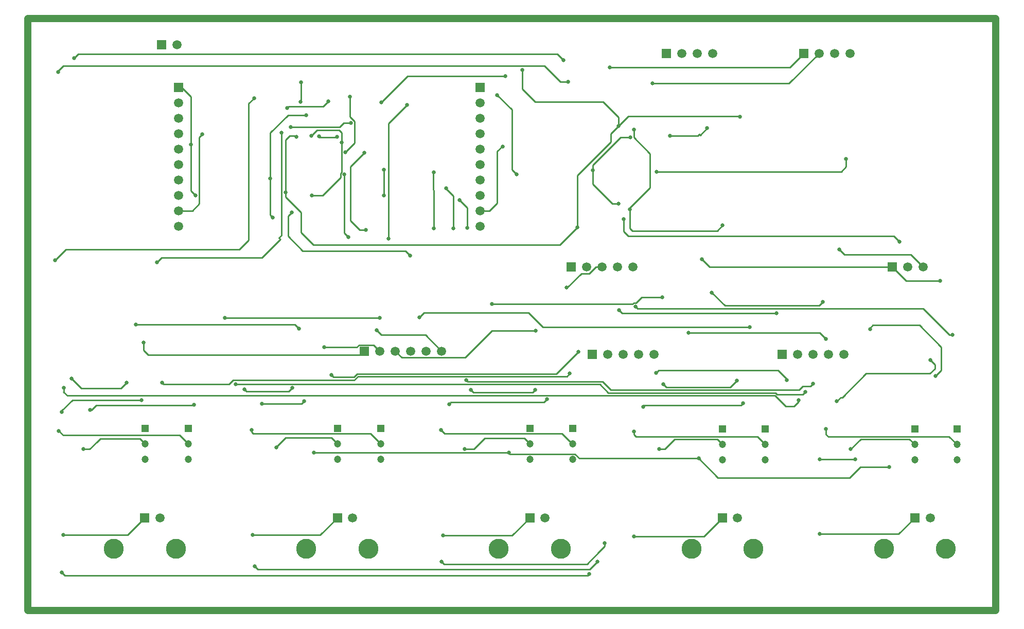
<source format=gbl>
%FSTAX23Y23*%
%MOIN*%
%SFA1B1*%

%IPPOS*%
%ADD24C,0.010000*%
%ADD25C,0.047240*%
%ADD26C,0.047240*%
%ADD27R,0.047240X0.047240*%
%ADD28R,0.059060X0.059060*%
%ADD29C,0.059060*%
%ADD30R,0.059060X0.059060*%
%ADD31C,0.129920*%
%ADD32C,0.025000*%
%LNhanc_analog-1*%
%LPD*%
G54D24*
X05342Y01988D02*
X0547Y0186D01*
X05339Y01985D02*
X05342Y01988D01*
X03115Y0403D02*
Y04168D01*
X03055Y0397D02*
X03115Y0403D01*
X02703Y04133D02*
X03018D01*
X03086Y04198D02*
X03115Y04168D01*
X03086Y04198D02*
Y04328D01*
X02835Y04075D02*
X02871Y04111D01*
X0289Y04065D02*
X02999D01*
X03002Y04068*
X03044Y04159D02*
X03092D01*
X03018Y04133D02*
X03044Y04159D01*
X02885Y04071D02*
X0289Y04065D01*
X03016Y04111D02*
X03032Y04095D01*
X02871Y04111D02*
X03016D01*
X03026Y03806D02*
Y03834D01*
X0291Y0369D02*
X03026Y03806D01*
X03031Y03979D02*
X03032Y0398D01*
X03031Y0396D02*
Y03979D01*
Y0396D02*
X03032Y03959D01*
Y0384D02*
Y03959D01*
X03026Y03834D02*
X03032Y0384D01*
X0257Y03562D02*
X02585Y03547D01*
X0257Y03562D02*
Y03798D01*
X04838Y04066D02*
X04901D01*
X03445Y0333D02*
X03475Y033D01*
X04938Y02993D02*
X04975Y0303D01*
X04925Y02993D02*
X04938D01*
X04916Y02985D02*
X04925Y02993D01*
X04005Y02985D02*
X04916D01*
X04975Y0303D02*
X0511D01*
X0669Y03135D02*
X0691D01*
X066Y03225D02*
X0669Y03135D01*
X04135Y03855D02*
Y04245D01*
X0404Y0434D02*
X04135Y04245D01*
Y03855D02*
X04165Y03825D01*
X04075Y04005D02*
Y0401D01*
X0404Y0364D02*
Y03975D01*
X0399Y0359D02*
X0404Y0364D01*
X0393Y0359D02*
X0399D01*
X06125Y02975D02*
X0615Y03D01*
X05515Y02975D02*
X06125D01*
X0543Y0306D02*
X05515Y02975D01*
X05415Y03225D02*
X066D01*
X05365Y03275D02*
X05415Y03225D01*
X063Y03875D02*
Y03925D01*
X06267Y03842D02*
X063Y03875D01*
X05072Y03842D02*
X06267D01*
X0661Y03425D02*
X06645Y0339D01*
X0629Y03305D02*
X0672D01*
X06255Y0334D02*
X0629Y03305D01*
X0672D02*
X068Y03225D01*
X0313Y02705D02*
X03145Y0272D01*
X0292Y02705D02*
X0313D01*
X03145Y0272D02*
X03239D01*
X0326Y02815D02*
X0329Y02785D01*
X0211Y04065D02*
X0213Y04085D01*
X03305Y0369D02*
Y03855D01*
X0278Y0333D02*
X03445D01*
X04677Y03225D02*
X0472D01*
X04636Y03184D02*
X04677Y03225D01*
X04584Y03184D02*
X04636D01*
X0483Y02945D02*
X0485Y02925D01*
X0585*
X03535Y029D02*
X03565Y0293D01*
X0613Y028D02*
X0617Y0276D01*
X0528Y028D02*
X0613D01*
X0697Y02785D02*
X0699D01*
X03239Y0272D02*
X0328Y0268D01*
X0602Y024D02*
X06035Y02415D01*
X05852Y024D02*
X0602D01*
X0464Y01265D02*
X0469Y01315D01*
X0249Y01265D02*
X0464D01*
X04621Y013D02*
X047Y01378D01*
X03695Y013D02*
X04621D01*
X0368Y01315D02*
X03695Y013D01*
X0247Y01285D02*
X0249Y01265D01*
X0664Y01495D02*
X06745Y016D01*
X02893Y0149D02*
X03004Y016D01*
X01646Y0149D02*
X01756Y016D01*
X04135Y01485D02*
X04251Y016D01*
X05377Y0148D02*
X05498Y016D01*
X047Y0138D02*
X04735Y01415D01*
X047Y01378D02*
Y0138D01*
X04735Y01415D02*
Y01435D01*
X04625Y01225D02*
X04635Y01235D01*
X0124Y01225D02*
X04625D01*
X0122Y01245D02*
X0124Y01225D01*
X04925Y0148D02*
X05377D01*
X0123Y02135D02*
X01982D01*
X01725Y02114D02*
X0176Y0208D01*
X01468Y02114D02*
X01725D01*
X0671Y02109D02*
X06745Y02075D01*
X06966Y02125D02*
X07017Y02075D01*
X0624Y02355D02*
X06265Y0238D01*
X06185Y02125D02*
X06966D01*
X0617Y0214D02*
X06185Y02125D01*
X0122Y02285D02*
Y02295D01*
X05465Y02109D02*
X055Y02075D01*
X05725Y02125D02*
X05775Y02075D01*
X0617Y0214D02*
Y02175D01*
X0613Y01495D02*
X0664D01*
X01982Y02135D02*
X02037Y0208D01*
X012Y02164D02*
X0123Y02135D01*
X01447Y02094D02*
X01468Y02114D01*
X01447Y02092D02*
Y02094D01*
X014Y02045D02*
X01447Y02092D01*
X0136Y02045D02*
X014D01*
X0633D02*
X06394Y02109D01*
X0671*
X04925Y0214D02*
Y0216D01*
Y0214D02*
X0494Y02125D01*
X05472Y02125D02*
X05725D01*
X05472Y02125D02*
X05472Y02125D01*
X0494Y02125D02*
X05472D01*
X0519Y02109D02*
X05465D01*
X05125Y02045D02*
X0519Y02109D01*
X0509Y02045D02*
X05125D01*
X03675Y0217D02*
X03699Y02145D01*
X04525Y0208D02*
X04528D01*
X04459Y02145D02*
X04525Y0208D01*
X03699Y02145D02*
X04459D01*
X04216Y02115D02*
X04251Y0208D01*
X03959Y02115D02*
X04216D01*
X03889Y02045D02*
X03959Y02115D01*
X0383Y02045D02*
X03889D01*
X0369Y01485D02*
X04135D01*
X0245Y02155D02*
Y0217D01*
Y02155D02*
X0246Y02145D01*
X0322D02*
X03285Y0208D01*
X0246Y02145D02*
X0322D01*
X02605Y02055D02*
X0261D01*
X0267Y0212D02*
X02965D01*
X03005Y0208*
X02455Y0149D02*
X02893D01*
X0123D02*
X01646D01*
X01975Y0439D02*
X01995D01*
X02055Y0372D02*
X02085Y0369D01*
X02055Y0372D02*
Y0402D01*
X01975Y0359D02*
X02065D01*
X02055Y0402D02*
Y0433D01*
X01995Y0439D02*
X02055Y0433D01*
X02065Y0359D02*
X0211Y03635D01*
Y04065*
X03155Y02655D02*
X0318Y0268D01*
X0175Y02685D02*
X0178Y02655D01*
X03155*
X0175Y02685D02*
Y02735D01*
X01835Y03255D02*
X01865Y03285D01*
X02515*
X02635Y03405*
X0305Y03445D02*
X03075Y0342D01*
X0305Y03445D02*
Y03825D01*
X03335Y0341D02*
Y04155D01*
X03455Y04275*
X03705Y03735D02*
X0371D01*
X01175Y0327D02*
X01245Y0334D01*
X0237*
X0243Y034*
Y04285*
X02465Y0432*
X03626Y03725D02*
X0363Y03721D01*
X03626Y03836D02*
X0363Y0384D01*
X03626Y03725D02*
Y03836D01*
X01195Y0449D02*
Y04495D01*
X0123Y0453*
X04345*
X0445Y04425*
X045*
X0443Y04605D02*
X0447Y04565D01*
X013Y0458D02*
X01325Y04605D01*
X0443*
X05355Y0408D02*
X054Y04125D01*
X0363Y03475D02*
Y03721D01*
X03755Y03475D02*
Y03685D01*
X03845Y0348D02*
Y0361D01*
X03795Y0366D02*
X03845Y0361D01*
X02275Y02895D02*
X0328D01*
X0309Y03875D02*
X0318Y03965D01*
X0309Y03525D02*
Y03875D01*
Y03525D02*
X0315Y03465D01*
X0319*
X04915Y0346D02*
X05465D01*
X055Y03495*
X0284Y0369D02*
X0291D01*
X0489Y03425D02*
X0661D01*
X0535Y04085D02*
X05355Y0408D01*
X0534Y04075D02*
X0535Y04085D01*
X0516Y04075D02*
X0534D01*
X02685Y03425D02*
X0278Y0333D01*
X02685Y03425D02*
Y03555D01*
X0271Y0358*
X05045Y04415D02*
X0593D01*
X06125Y0461*
X0477Y0452D02*
X05935D01*
X06025Y0461*
X049Y03475D02*
X04915Y0346D01*
X049Y03475D02*
Y036D01*
Y0361*
X0486Y03455D02*
X0489Y03425D01*
X0486Y03455D02*
Y03535D01*
X049Y0361D02*
X0503Y0374D01*
Y0396*
X0257Y03798D02*
Y04095D01*
X04924Y04065D02*
X0503Y0396D01*
X04925Y04115D02*
Y04117D01*
X04784Y03635D02*
X04826D01*
X04657Y03853D02*
Y03885D01*
Y03762D02*
Y03853D01*
Y03762D02*
X04784Y03635D01*
X04657Y03885D02*
X04838Y04066D01*
X0404Y03975D02*
X04075Y0401D01*
X02733Y04075D02*
X02738Y0407D01*
X02695Y04075D02*
X02733D01*
X0285Y0337D02*
X04445D01*
X04559Y03819D02*
X04775Y04035D01*
X04445Y0337D02*
X04558Y03483D01*
X04559*
Y03819*
X0277Y0345D02*
X0285Y0337D01*
X04285Y04295D02*
X04725D01*
X04825Y04195*
Y0414D02*
Y04195D01*
X0267Y0368D02*
Y0371D01*
Y0368D02*
X0277Y0358D01*
Y0345D02*
Y0358D01*
X04775Y04035D02*
Y0409D01*
X04825Y0414*
X03032Y0398D02*
Y04032D01*
Y04095*
X04202Y04378D02*
Y04503D01*
Y04378D02*
X04285Y04295D01*
X03289Y04291D02*
X03459Y04461D01*
X04091D02*
X04092Y04462D01*
X03459Y04461D02*
X04091D01*
X02605Y02055D02*
X0267Y0212D01*
X06265Y0238D02*
X06274D01*
X0643Y02536*
X06845Y02622D02*
X06874Y02593D01*
X0643Y02536D02*
X06843D01*
X06874Y02567*
Y02593*
X0547Y0186D02*
X06322D01*
X04572Y01985D02*
X05339D01*
X04543Y02014D02*
X04572Y01985D01*
X04122Y02014D02*
X04543D01*
X04114Y02023D02*
X04122Y02014D01*
X05339Y01985D02*
X05344D01*
X04112Y02021D02*
X04114Y02023D01*
X0382Y02021D02*
X04112D01*
X03818Y02023D02*
X0382Y02021D01*
X02851Y02023D02*
X03818D01*
X0338Y0268D02*
X03421Y02639D01*
X0449Y03093D02*
X04493D01*
X04584Y03184*
X0329Y02785D02*
X03575D01*
X0368Y0268*
X03421Y02639D02*
X03421Y02639D01*
X03832*
X04006Y02813*
X03565Y0293D02*
X04241D01*
X04336Y02835*
X01698Y02853D02*
X02728D01*
X02755Y02826*
X06322Y0186D02*
X06392Y0193D01*
X06579*
X06879Y0252D02*
X06916Y02557D01*
Y02707*
X06776Y02848D02*
X06916Y02707D01*
X06472Y02848D02*
X06776D01*
X06451Y02827D02*
X06454Y02824D01*
X06451Y02827D02*
X06472Y02848D01*
X04006Y02813D02*
X04287D01*
X05605Y02393D02*
X05606Y02394D01*
X02515Y0234D02*
X02773D01*
X0279Y02357*
X03727Y02336D02*
Y02337D01*
X03738Y02348*
X04341*
X04361Y02368D02*
X04362D01*
X04341Y02348D02*
X04361Y02368D01*
X04985Y0232D02*
X04993Y02328D01*
X05619*
X05633Y02342*
X05606Y02394D02*
X05607Y02393D01*
X05837*
X05909Y02321*
X05961*
X05993Y02353D02*
Y02361D01*
X05961Y02321D02*
X05993Y02353D01*
X05915Y02491D02*
Y025D01*
X04491Y02516D02*
X0451Y02535D01*
X03838Y02493D02*
X03849Y02481D01*
X06067Y02452D02*
X06085Y0247D01*
X06017Y02452D02*
X06067D01*
X0507Y0254D02*
X05086Y02556D01*
X05858D02*
X05915Y025D01*
X04774Y0243D02*
X05995D01*
X0476Y0241D02*
X05842D01*
X05852Y024*
X05995Y0243D02*
X06017Y02452D01*
X05086Y02556D02*
X05858D01*
X02327Y02491D02*
X03113D01*
X03138Y02516D02*
X04491D01*
X03113Y02491D02*
X03138Y02516D01*
X02965Y02525D02*
X02977Y02513D01*
X03112*
X03131Y02532*
X04422*
X04565Y02675*
X02301Y02465D02*
X02327Y02491D01*
X0187Y02475D02*
X0188Y02465D01*
X02301*
X068Y02955D02*
X0697Y02785D01*
X04935Y0297D02*
X0495Y02955D01*
X068*
X03705Y03735D02*
X03755Y03685D01*
X04825Y0414D02*
X04887Y04202D01*
X05609*
X05613Y04198*
X04924Y04065D02*
Y04117D01*
X02678Y04255D02*
X02689Y04266D01*
X02911*
X02945Y043*
X02765Y04296D02*
X02767Y04298D01*
Y04423*
X0257Y04095D02*
X02684Y04209D01*
X02802*
X02626Y03414D02*
X02635Y03405D01*
X02626Y03414D02*
X02643Y03431D01*
Y04096*
X0267Y0371D02*
Y0405D01*
X02695Y04075*
X06127Y01978D02*
X06357D01*
X04336Y02835D02*
X05675D01*
X05114Y02466D02*
X05134Y02446D01*
X05549*
X05592Y02489*
X04722Y02481D02*
X04774Y0243D01*
X04706Y02465D02*
X0476Y0241D01*
X03849Y02481D02*
X04722D01*
X02344Y02465D02*
X04706D01*
X03867Y02429D02*
X03884Y02412D01*
X04269*
X04285Y02428*
X02401Y02434D02*
X02416Y02419D01*
X02689*
X02711Y02441*
X01288Y02363D02*
X01736D01*
X0122Y02295D02*
X01288Y02363D01*
X02072Y02328D02*
X02076Y02332D01*
X01442Y02328D02*
X02072D01*
X01412Y02298D02*
X01442Y02328D01*
X01401Y02298D02*
X01412D01*
X01601Y02439D02*
X01637Y02475D01*
X0123Y02417D02*
X01254Y02393D01*
X05605*
X0123Y02417D02*
X01231Y02418D01*
Y02441*
X01281Y02503D02*
X01345Y02439D01*
X01601*
G54D25*
X01Y01D02*
X0727D01*
Y04835*
X01D02*
X0727D01*
X01Y01D02*
Y04835D01*
G54D26*
X02037Y0198D03*
Y0208D03*
X0176Y0198D03*
Y0208D03*
X03285Y0198D03*
Y0208D03*
X03005Y0198D03*
Y0208D03*
X04528Y0198D03*
Y0208D03*
X04251Y0198D03*
Y0208D03*
X05775Y01975D03*
Y02075D03*
X055Y01975D03*
Y02075D03*
X07017Y01975D03*
Y02075D03*
X06745Y01975D03*
Y02075D03*
G54D27*
X02037Y0218D03*
X0176D03*
X03285D03*
X03005D03*
X04528D03*
X04251D03*
X05775Y02175D03*
X055D03*
X07017D03*
X06745D03*
G54D28*
X01865Y04665D03*
X05135Y0461D03*
X05885Y0266D03*
X0318Y0268D03*
X04655Y0266D03*
X0452Y03225D03*
X066D03*
X06025Y0461D03*
G54D29*
X01965Y04665D03*
X01975Y0419D03*
Y0349D03*
Y0359D03*
Y0369D03*
Y0379D03*
Y0389D03*
Y0399D03*
Y0409D03*
Y0429D03*
X0393Y0419D03*
Y0349D03*
Y0359D03*
Y0369D03*
Y0379D03*
Y0389D03*
Y0399D03*
Y0409D03*
Y0429D03*
X01855Y016D03*
X03102D03*
X04349D03*
X05596D03*
X06844D03*
X05435Y0461D03*
X05335D03*
X05235D03*
X06285Y0266D03*
X06185D03*
X06085D03*
X05985D03*
X0328Y0268D03*
X0338D03*
X0348D03*
X0358D03*
X0368D03*
X05055Y0266D03*
X04955D03*
X04855D03*
X04755D03*
X0492Y03225D03*
X0482D03*
X0472D03*
X0462D03*
X067D03*
X068D03*
X06125Y0461D03*
X06225D03*
X06325D03*
G54D30*
X01975Y0439D03*
X0393D03*
X01756Y016D03*
X03004D03*
X04251D03*
X05498D03*
X06745D03*
G54D31*
X01556Y014D03*
X01957D03*
X02803D03*
X03204D03*
X0405D03*
X04452D03*
X05297D03*
X05699D03*
X06545D03*
X06946D03*
G54D32*
X02703Y04133D03*
X03086Y04328D03*
X02835Y04075D03*
X03002Y04068D03*
X03092Y04159D03*
X02885Y04071D03*
X02585Y03547D03*
X0257Y03798D03*
X04901Y04066D03*
X03475Y033D03*
X0511Y0303D03*
X04005Y02985D03*
X0691Y03135D03*
X04165Y03825D03*
X04075Y04005D03*
X0615Y03D03*
X0543Y0306D03*
X05365Y03275D03*
X063Y03925D03*
X05072Y03842D03*
X06645Y0339D03*
X0404Y0434D03*
X06255Y0334D03*
X0363Y0384D03*
X01175Y0327D03*
X0318Y03965D03*
X0326Y02815D03*
X0213Y04085D03*
X0305Y03825D03*
X03305Y0369D03*
Y03855D03*
X0483Y02945D03*
X0585Y02925D03*
X04935Y0297D03*
X03535Y029D03*
X05675Y02835D03*
X0528Y028D03*
X0617Y0276D03*
X0699Y02785D03*
X02344Y02465D03*
X04565Y02675D03*
X02965Y02525D03*
X0451Y02535D03*
X0292Y02705D03*
X06085Y0247D03*
X06035Y02415D03*
X0507Y0254D03*
X0469Y01315D03*
X04735Y01435D03*
X0368Y01315D03*
X04635Y01235D03*
X0247Y01285D03*
X0122Y01245D03*
X04925Y0148D03*
X0624Y02355D03*
X02515Y0234D03*
X0122Y02285D03*
X0617Y02175D03*
X0613Y01495D03*
X012Y02164D03*
X0136Y02045D03*
X0633D03*
X04925Y0216D03*
X0509Y02045D03*
X03675Y0217D03*
X0383Y02045D03*
X0369Y01485D03*
X0245Y0217D03*
X0261Y02055D03*
X02455Y0149D03*
X0123D03*
X02055Y0402D03*
X02085Y0369D03*
X01835Y03255D03*
X0175Y02735D03*
X0187Y02475D03*
X03075Y0342D03*
X03335Y0341D03*
X03455Y04275D03*
X0371Y03735D03*
X02465Y0432D03*
X02945Y043D03*
X03055Y0397D03*
X01195Y0449D03*
X045Y04425D03*
X0447Y04565D03*
X013Y0458D03*
X054Y04125D03*
X0363Y03475D03*
X03795Y0366D03*
X03755Y03475D03*
X03845Y0348D03*
X02275Y02895D03*
X0328D03*
X0319Y03465D03*
X055Y03495D03*
X0284Y0369D03*
X0516Y04075D03*
X0271Y0358D03*
X05045Y04415D03*
X0477Y0452D03*
X049Y036D03*
X0486Y03535D03*
X04925Y04117D03*
X04826Y03635D03*
X04657Y03853D03*
X02738Y0407D03*
X04559Y03483D03*
X04825Y0414D03*
X0267Y0371D03*
X03032Y04032D03*
X03289Y04291D03*
X04202Y04503D03*
X04092Y04462D03*
X06845Y02622D03*
X05344Y01985D03*
X04114Y02023D03*
X02851D03*
X0449Y03093D03*
X01698Y02853D03*
X02755Y02826D03*
X06579Y0193D03*
X06879Y0252D03*
X06454Y02824D03*
X04287Y02813D03*
X0279Y02357D03*
X03727Y02336D03*
X04362Y02368D03*
X04985Y0232D03*
X05633Y02342D03*
X05993Y02361D03*
X05915Y02491D03*
X03838Y02493D03*
X04285Y02428D03*
X05613Y04198D03*
X02802Y04209D03*
X02767Y04423D03*
X02678Y04255D03*
X02765Y04296D03*
X02643Y04096D03*
X06357Y01978D03*
X06127D03*
X05114Y02466D03*
X05592Y02489D03*
X03867Y02429D03*
X02401Y02434D03*
X02711Y02441D03*
X02076Y02332D03*
X01736Y02363D03*
X01401Y02298D03*
X01281Y02503D03*
X01637Y02475D03*
X01231Y02441D03*
M02*
</source>
